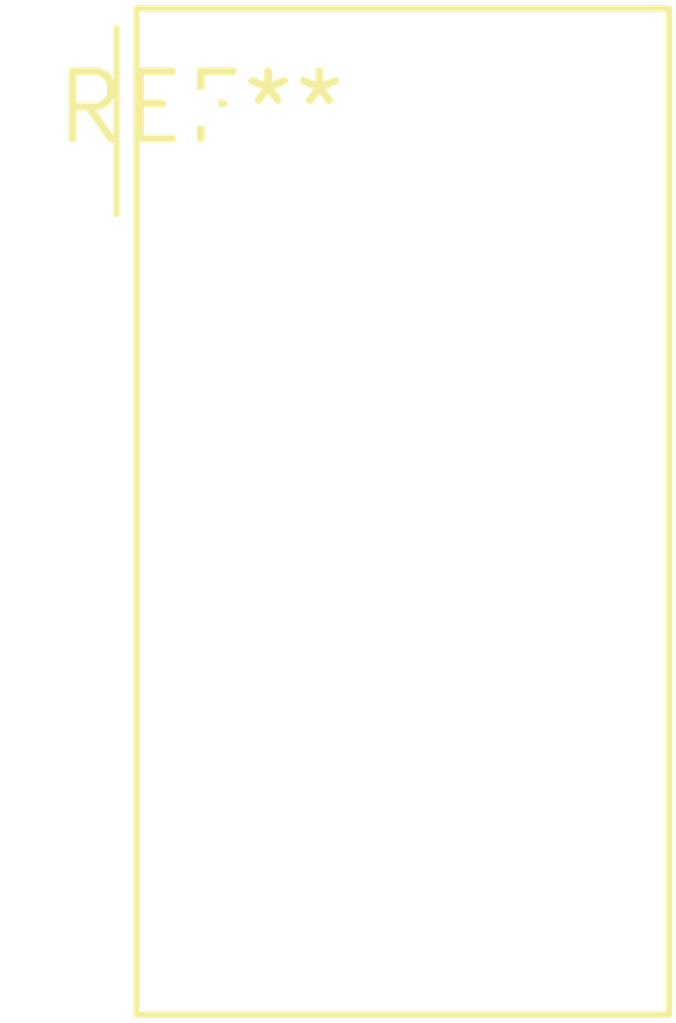
<source format=kicad_pcb>
(kicad_pcb (version 20240108) (generator pcbnew)
  (layers (0 "F.Cu" signal) (31 "B.Cu" signal) (34 "B.Paste" user) (35 "F.Paste" user) (36 "B.SilkS" user "B.Silkscreen") (37 "F.SilkS" user "F.Silkscreen") (38 "B.Mask" user) (39 "F.Mask" user) (44 "Edge.Cuts" user))
  (net 0 "")
  (footprint "MAN71A" (layer "F.Cu") (at 0 0)
    (property "Reference" "REF**")
    (property "Value" "MAN71A")
    (fp_line (start -1.59 -1.5) (end -1.59 2) (layer "F.SilkS") (stroke (width 0.12)))
    (fp_line (start -1.21 -1.875) (end 8.83 -1.875) (layer "F.SilkS") (stroke (width 0.12)))
    (fp_line (start -1.21 17.115) (end -1.21 -1.875) (layer "F.SilkS") (stroke (width 0.12)))
    (fp_line (start 8.83 -1.875) (end 8.83 17.115) (layer "F.SilkS") (stroke (width 0.12)))
    (fp_line (start 8.83 17.115) (end -1.21 17.115) (layer "F.SilkS") (stroke (width 0.12)))
    (pad "1" thru_hole rect (at 0 0) (size 1.5 1.5) (drill 0.7) (layers *.Cu *.Mask) (remove_unused_layers))
    (pad "2" thru_hole circle (at 0 2.54) (size 1.5 1.5) (drill 0.7) (layers *.Cu *.Mask) (remove_unused_layers))
    (pad "3" thru_hole circle (at 0 5.08) (size 1.5 1.5) (drill 0.7) (layers *.Cu *.Mask) (remove_unused_layers))
    (pad "4" thru_hole circle (at 0 7.62) (size 1.5 1.5) (drill 0.7) (layers *.Cu *.Mask) (remove_unused_layers))
    (pad "5" thru_hole circle (at 0 10.16) (size 1.5 1.5) (drill 0.7) (layers *.Cu *.Mask) (remove_unused_layers))
    (pad "6" thru_hole circle (at 0 12.7) (size 1.5 1.5) (drill 0.7) (layers *.Cu *.Mask) (remove_unused_layers))
    (pad "7" thru_hole circle (at 0 15.24) (size 1.5 1.5) (drill 0.7) (layers *.Cu *.Mask) (remove_unused_layers))
    (pad "8" thru_hole circle (at 7.62 15.24) (size 1.5 1.5) (drill 0.7) (layers *.Cu *.Mask) (remove_unused_layers))
    (pad "9" thru_hole circle (at 7.62 12.7) (size 1.5 1.5) (drill 0.7) (layers *.Cu *.Mask) (remove_unused_layers))
    (pad "10" thru_hole circle (at 7.62 10.16) (size 1.5 1.5) (drill 0.7) (layers *.Cu *.Mask) (remove_unused_layers))
    (pad "11" thru_hole circle (at 7.62 7.62) (size 1.5 1.5) (drill 0.7) (layers *.Cu *.Mask) (remove_unused_layers))
    (pad "12" thru_hole circle (at 7.62 5.08) (size 1.5 1.5) (drill 0.7) (layers *.Cu *.Mask) (remove_unused_layers))
    (pad "13" thru_hole circle (at 7.62 2.54) (size 1.5 1.5) (drill 0.7) (layers *.Cu *.Mask) (remove_unused_layers))
    (pad "14" thru_hole circle (at 7.62 0) (size 1.5 1.5) (drill 0.7) (layers *.Cu *.Mask) (remove_unused_layers))
  )
)
</source>
